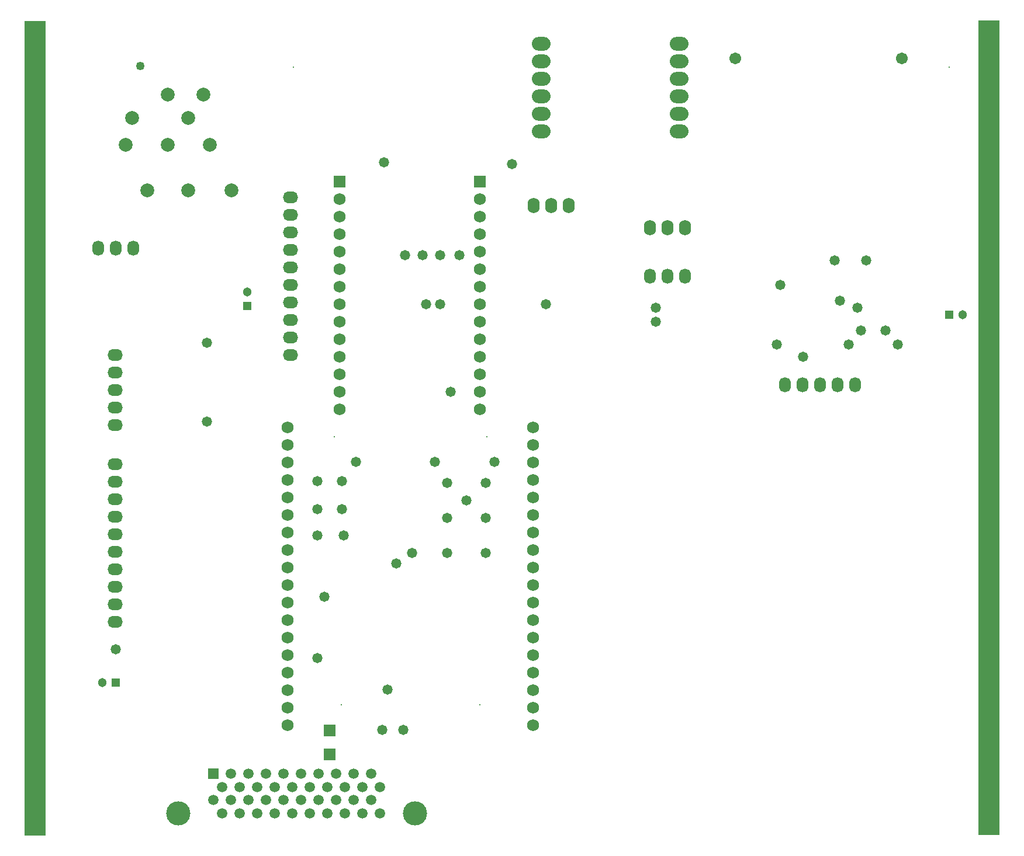
<source format=gbs>
G04*
G04 #@! TF.GenerationSoftware,Altium Limited,Altium Designer,25.0.2 (28)*
G04*
G04 Layer_Color=16711935*
%FSLAX44Y44*%
%MOMM*%
G71*
G04*
G04 #@! TF.SameCoordinates,A7C3AEC9-9CA1-47B5-BDAE-58582B56A9DF*
G04*
G04*
G04 #@! TF.FilePolarity,Negative*
G04*
G01*
G75*
%ADD29R,1.7272X1.7272*%
%ADD33C,0.2032*%
%ADD34C,1.7532*%
%ADD35R,1.3032X1.3032*%
%ADD36C,1.3032*%
%ADD37R,1.3032X1.3032*%
%ADD38O,1.7032X2.2032*%
%ADD39C,1.2532*%
%ADD40C,2.0032*%
%ADD41R,1.7532X1.7532*%
%ADD42O,2.2032X1.7032*%
%ADD43O,1.7272X2.2352*%
%ADD44O,2.7032X2.0032*%
%ADD45C,1.7032*%
%ADD46C,3.5032*%
%ADD47C,1.5032*%
%ADD48R,1.5032X1.5032*%
%ADD49C,1.4732*%
G36*
X260986Y255556D02*
X230506D01*
Y1436656D01*
X260986D01*
Y255556D01*
D02*
G37*
G36*
X1643380Y256540D02*
X1612900D01*
Y1437640D01*
X1643380D01*
Y256540D01*
D02*
G37*
D29*
X673100Y373380D02*
D03*
Y407670D02*
D03*
D33*
X689340Y444990D02*
D03*
X890000D02*
D03*
X679180Y833610D02*
D03*
X900160D02*
D03*
X1570000Y1370000D02*
D03*
X620000D02*
D03*
D34*
X967470Y415780D02*
D03*
Y441180D02*
D03*
Y466580D02*
D03*
Y491980D02*
D03*
Y517380D02*
D03*
Y542780D02*
D03*
Y568180D02*
D03*
Y593580D02*
D03*
Y618980D02*
D03*
Y644380D02*
D03*
Y669780D02*
D03*
Y695180D02*
D03*
Y720580D02*
D03*
Y745980D02*
D03*
Y771380D02*
D03*
Y796780D02*
D03*
Y822180D02*
D03*
Y847580D02*
D03*
X611870Y669780D02*
D03*
Y644380D02*
D03*
Y618980D02*
D03*
Y593580D02*
D03*
Y568180D02*
D03*
Y542780D02*
D03*
Y517380D02*
D03*
Y491980D02*
D03*
Y466580D02*
D03*
Y441180D02*
D03*
Y415780D02*
D03*
Y847580D02*
D03*
Y822180D02*
D03*
Y796780D02*
D03*
Y771380D02*
D03*
Y745980D02*
D03*
Y720580D02*
D03*
Y695180D02*
D03*
X890000Y873800D02*
D03*
Y899200D02*
D03*
Y924600D02*
D03*
Y950000D02*
D03*
Y1102400D02*
D03*
Y1127800D02*
D03*
Y1153200D02*
D03*
Y1178600D02*
D03*
Y1077000D02*
D03*
Y975400D02*
D03*
Y1000800D02*
D03*
Y1026200D02*
D03*
Y1051600D02*
D03*
X686800Y873800D02*
D03*
Y899200D02*
D03*
Y924600D02*
D03*
Y950000D02*
D03*
Y1000800D02*
D03*
Y1026200D02*
D03*
Y1051600D02*
D03*
Y1077000D02*
D03*
Y1102400D02*
D03*
Y1127800D02*
D03*
Y1153200D02*
D03*
Y1178600D02*
D03*
Y975400D02*
D03*
D35*
X553720Y1023620D02*
D03*
D36*
Y1043620D02*
D03*
X343220Y477520D02*
D03*
X1590040Y1010920D02*
D03*
D37*
X363220Y477520D02*
D03*
X1570040Y1010920D02*
D03*
D38*
X337820Y1107440D02*
D03*
X388620D02*
D03*
X363220D02*
D03*
X1187450Y1066800D02*
D03*
X1136650D02*
D03*
X1162050D02*
D03*
X1408550Y909650D02*
D03*
X1433950D02*
D03*
X1357750D02*
D03*
X1332350D02*
D03*
X1383150D02*
D03*
D39*
X398150Y1371300D02*
D03*
D40*
X530150Y1191300D02*
D03*
X468150D02*
D03*
X408150D02*
D03*
X490150Y1330300D02*
D03*
X438150D02*
D03*
X468150Y1296300D02*
D03*
X386150D02*
D03*
X438150Y1257300D02*
D03*
X499150D02*
D03*
X377150D02*
D03*
D41*
X890000Y1204000D02*
D03*
X686800D02*
D03*
D42*
X615950Y1155700D02*
D03*
Y1181100D02*
D03*
Y1104900D02*
D03*
Y1079500D02*
D03*
Y1130300D02*
D03*
Y1028700D02*
D03*
Y1054100D02*
D03*
Y977900D02*
D03*
Y952500D02*
D03*
Y1003300D02*
D03*
X361950Y901700D02*
D03*
Y850900D02*
D03*
Y876300D02*
D03*
Y952500D02*
D03*
Y927100D02*
D03*
Y768350D02*
D03*
Y793750D02*
D03*
Y717550D02*
D03*
Y692150D02*
D03*
Y742950D02*
D03*
Y641350D02*
D03*
Y666750D02*
D03*
Y590550D02*
D03*
Y565150D02*
D03*
Y615950D02*
D03*
D43*
X1162050Y1136650D02*
D03*
X1136650D02*
D03*
X1187450D02*
D03*
X968600Y1169000D02*
D03*
X1019400D02*
D03*
X994000D02*
D03*
D44*
X979000Y1404000D02*
D03*
Y1378600D02*
D03*
Y1353200D02*
D03*
Y1327800D02*
D03*
Y1302400D02*
D03*
Y1277000D02*
D03*
X1179000Y1404000D02*
D03*
Y1378600D02*
D03*
Y1353200D02*
D03*
Y1327800D02*
D03*
Y1302400D02*
D03*
Y1277000D02*
D03*
D45*
X1502000Y1382500D02*
D03*
X1260000D02*
D03*
D46*
X796000Y288000D02*
D03*
X453100D02*
D03*
D47*
X745200D02*
D03*
X732500Y307050D02*
D03*
X719800Y288000D02*
D03*
X707100Y307050D02*
D03*
X694400Y288000D02*
D03*
X681700Y307050D02*
D03*
X669000Y288000D02*
D03*
X656300Y307050D02*
D03*
X643600Y288000D02*
D03*
X630900Y307050D02*
D03*
X618200Y288000D02*
D03*
X605500Y307050D02*
D03*
X592800Y288000D02*
D03*
X580100Y307050D02*
D03*
X567400Y288000D02*
D03*
X554700Y307050D02*
D03*
X542000Y288000D02*
D03*
X529300Y307050D02*
D03*
X516600Y288000D02*
D03*
X503900Y307050D02*
D03*
X745200Y326100D02*
D03*
X732500Y345150D02*
D03*
X719800Y326100D02*
D03*
X707100Y345150D02*
D03*
X694400Y326100D02*
D03*
X681700Y345150D02*
D03*
X669000Y326100D02*
D03*
X656300Y345150D02*
D03*
X643600Y326100D02*
D03*
X630900Y345150D02*
D03*
X618200Y326100D02*
D03*
X605500Y345150D02*
D03*
X592800Y326100D02*
D03*
X580100Y345150D02*
D03*
X567400Y326100D02*
D03*
X554700Y345150D02*
D03*
X542000Y326100D02*
D03*
X529300Y345150D02*
D03*
X516600Y326100D02*
D03*
D48*
X503900Y345150D02*
D03*
D49*
X655320Y513080D02*
D03*
X769620Y650240D02*
D03*
X792480Y665480D02*
D03*
X756920Y467360D02*
D03*
X871220Y741680D02*
D03*
X911860Y797560D02*
D03*
X825500D02*
D03*
X711200D02*
D03*
X779780Y408940D02*
D03*
X749300D02*
D03*
X899160Y665480D02*
D03*
X843280D02*
D03*
X899160Y716280D02*
D03*
X843280D02*
D03*
X899160Y767080D02*
D03*
X843280D02*
D03*
X693420Y690880D02*
D03*
X655320D02*
D03*
Y728980D02*
D03*
X690880D02*
D03*
Y769620D02*
D03*
X655320D02*
D03*
X937260Y1229360D02*
D03*
X751840Y1231900D02*
D03*
X848360Y899160D02*
D03*
X812800Y1026160D02*
D03*
X833120Y1097280D02*
D03*
X807720D02*
D03*
X782320D02*
D03*
X861060D02*
D03*
X665480Y601980D02*
D03*
X363220Y525780D02*
D03*
X833120Y1026160D02*
D03*
X1358900Y949960D02*
D03*
X1145540Y1021080D02*
D03*
Y1000760D02*
D03*
X1496060Y967740D02*
D03*
X1424940D02*
D03*
X1325880Y1054100D02*
D03*
X1320800Y967740D02*
D03*
X1478280Y988060D02*
D03*
X1442720D02*
D03*
X1450340Y1089660D02*
D03*
X1437640Y1021080D02*
D03*
X1404620Y1089660D02*
D03*
X1412240Y1031240D02*
D03*
X985560Y1026200D02*
D03*
X495300Y970280D02*
D03*
Y855980D02*
D03*
M02*

</source>
